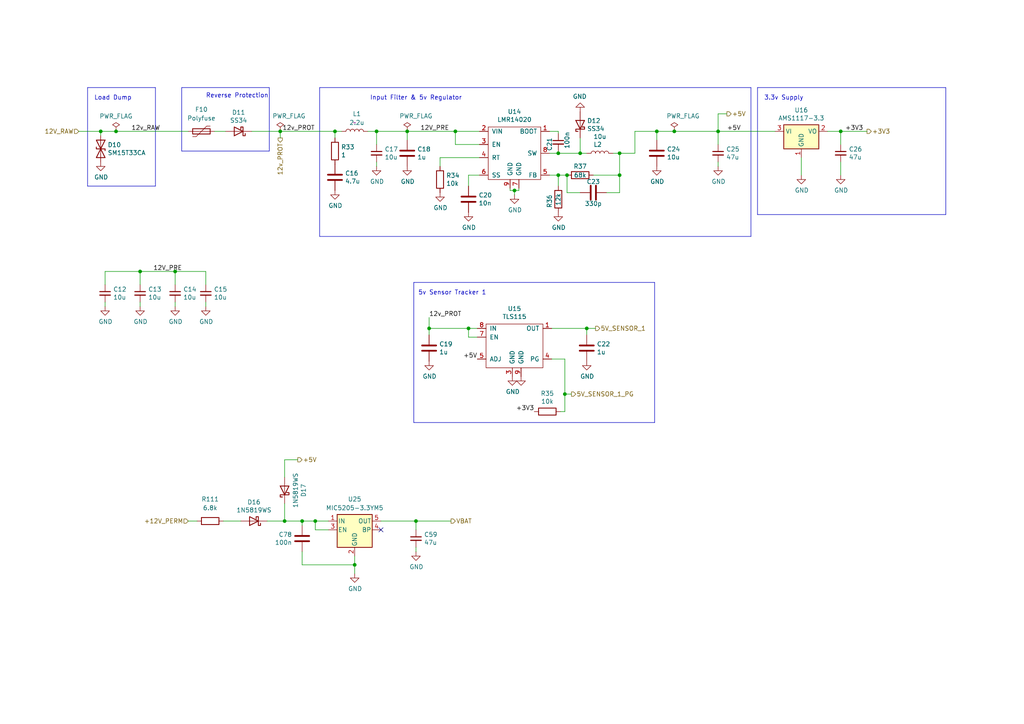
<source format=kicad_sch>
(kicad_sch (version 20250114) (generator "eeschema") (generator_version "9.0")
  (paper "A4")
  (lib_symbols
    (symbol "Device:C" (pin_numbers (hide yes)) (pin_names (offset 0.254))
      (property "Reference" "C" (at 0.635 2.54 0))
      (property "Value" "C" (at 0.635 -2.54 0))
      (symbol "C_0_1"
        (polyline (pts (xy -2.032 0.762) (xy 2.032 0.762)) (stroke (width 0.508)))
        (polyline (pts (xy -2.032 -0.762) (xy 2.032 -0.762)) (stroke (width 0.508)))
      )
      (symbol "C_1_1"
        (pin passive line (at 0 3.81 270) (length 2.794) (name "~") (number "1"))
        (pin passive line (at 0 -3.81 90) (length 2.794) (name "~") (number "2"))
      )
    )
    (symbol "Device:C_Small" (pin_numbers (hide yes)) (pin_names (offset 0.254) (hide yes))
      (property "Reference" "C" (at 0.254 1.778 0))
      (property "Value" "C_Small" (at 0.254 -2.032 0))
      (symbol "C_Small_0_1"
        (polyline (pts (xy -1.524 0.508) (xy 1.524 0.508)) (stroke (width 0.3048)))
        (polyline (pts (xy -1.524 -0.508) (xy 1.524 -0.508)) (stroke (width 0.3302)))
      )
      (symbol "C_Small_1_1"
        (pin passive line (at 0 2.54 270) (length 2.032) (name "~") (number "1"))
        (pin passive line (at 0 -2.54 90) (length 2.032) (name "~") (number "2"))
      )
    )
    (symbol "Device:D_Schottky" (pin_numbers (hide yes)) (pin_names (offset 1.016) (hide yes))
      (property "Reference" "D" (at 0 2.54 0))
      (property "Value" "D_Schottky" (at 0 -2.54 0))
      (symbol "D_Schottky_0_1"
        (polyline (pts (xy -1.905 0.635) (xy -1.905 1.27) (xy -1.27 1.27) (xy -1.27 -1.27) (xy -0.635 -1.27) (xy -0.635 -0.635)) (stroke (width 0.254)))
        (polyline (pts (xy 1.27 1.27) (xy 1.27 -1.27) (xy -1.27 0) (xy 1.27 1.27)) (stroke (width 0.254)))
        (polyline (pts (xy 1.27 0) (xy -1.27 0)))
      )
      (symbol "D_Schottky_1_1"
        (pin passive line (at -3.81 0 0) (length 2.54) (name "K") (number "1"))
        (pin passive line (at 3.81 0 180) (length 2.54) (name "A") (number "2"))
      )
    )
    (symbol "Device:D_TVS" (pin_numbers (hide yes)) (pin_names (offset 1.016) (hide yes))
      (property "Reference" "D" (at 0 2.54 0))
      (property "Value" "D_TVS" (at 0 -2.54 0))
      (symbol "D_TVS_0_1"
        (polyline (pts (xy -2.54 1.27) (xy -2.54 -1.27) (xy 2.54 1.27) (xy 2.54 -1.27) (xy -2.54 1.27)) (stroke (width 0.254)))
        (polyline (pts (xy 0.508 1.27) (xy 0 1.27) (xy 0 -1.27) (xy -0.508 -1.27)) (stroke (width 0.254)))
        (polyline (pts (xy 1.27 0) (xy -1.27 0)))
      )
      (symbol "D_TVS_1_1"
        (pin passive line (at -3.81 0 0) (length 2.54) (name "A1") (number "1"))
        (pin passive line (at 3.81 0 180) (length 2.54) (name "A2") (number "2"))
      )
    )
    (symbol "Device:L" (pin_numbers (hide yes)) (pin_names (offset 1.016) (hide yes))
      (property "Reference" "L" (at -1.27 0 90))
      (property "Value" "L" (at 1.905 0 90))
      (symbol "L_0_1"
        (arc (start 0 2.54) (mid 0.6323 1.905) (end 0 1.27))
        (arc (start 0 1.27) (mid 0.6323 0.635) (end 0 0))
        (arc (start 0 0) (mid 0.6323 -0.635) (end 0 -1.27))
        (arc (start 0 -1.27) (mid 0.6323 -1.905) (end 0 -2.54))
      )
      (symbol "L_1_1"
        (pin passive line (at 0 3.81 270) (length 1.27) (name "1") (number "1"))
        (pin passive line (at 0 -3.81 90) (length 1.27) (name "2") (number "2"))
      )
    )
    (symbol "Device:Polyfuse" (pin_numbers (hide yes)) (pin_names (offset 0))
      (property "Reference" "F" (at -2.54 0 90))
      (property "Value" "Polyfuse" (at 2.54 0 90))
      (symbol "Polyfuse_0_1"
        (polyline (pts (xy -1.524 2.54) (xy -1.524 1.524) (xy 1.524 -1.524) (xy 1.524 -2.54)))
        (rectangle (start -0.762 2.54) (end 0.762 -2.54) (stroke (width 0.254)))
        (polyline (pts (xy 0 2.54) (xy 0 -2.54)))
      )
      (symbol "Polyfuse_1_1"
        (pin passive line (at 0 3.81 270) (length 1.27) (name "~") (number "1"))
        (pin passive line (at 0 -3.81 90) (length 1.27) (name "~") (number "2"))
      )
    )
    (symbol "Device:R" (pin_numbers (hide yes)) (pin_names (offset 0))
      (property "Reference" "R" (at 2.032 0 90))
      (property "Value" "R" (at 0 0 90))
      (symbol "R_0_1"
        (rectangle (start -1.016 -2.54) (end 1.016 2.54) (stroke (width 0.254)))
      )
      (symbol "R_1_1"
        (pin passive line (at 0 3.81 270) (length 1.27) (name "~") (number "1"))
        (pin passive line (at 0 -3.81 90) (length 1.27) (name "~") (number "2"))
      )
    )
    (symbol "Regulator_Linear:AMS1117-3.3"
      (property "Reference" "U" (at -3.81 3.175 0))
      (property "Value" "AMS1117-3.3" (at 0 3.175 0))
      (symbol "AMS1117-3.3_0_1"
        (rectangle (start -5.08 -5.08) (end 5.08 1.905) (stroke (width 0.254)) (fill (type background)))
      )
      (symbol "AMS1117-3.3_1_1"
        (pin power_in line (at -7.62 0 0) (length 2.54) (name "VI") (number "3"))
        (pin power_in line (at 0 -7.62 90) (length 2.54) (name "GND") (number "1"))
        (pin power_out line (at 7.62 0 180) (length 2.54) (name "VO") (number "2"))
      )
    )
    (symbol "Regulator_Linear:MIC5205-3.3YM5" (pin_names (offset 0.254))
      (property "Reference" "U" (at -3.81 5.715 0))
      (property "Value" "MIC5205-3.3YM5" (at 0 5.715 0))
      (symbol "MIC5205-3.3YM5_0_1"
        (rectangle (start -5.08 4.445) (end 5.08 -5.08) (stroke (width 0.254)) (fill (type background)))
      )
      (symbol "MIC5205-3.3YM5_1_1"
        (pin power_in line (at -7.62 2.54 0) (length 2.54) (name "IN") (number "1"))
        (pin input line (at -7.62 0 0) (length 2.54) (name "EN") (number "3"))
        (pin power_in line (at 0 -7.62 90) (length 2.54) (name "GND") (number "2"))
        (pin power_out line (at 7.62 2.54 180) (length 2.54) (name "OUT") (number "5"))
        (pin input line (at 7.62 0 180) (length 2.54) (name "BP") (number "4"))
      )
    )
    (symbol "infineon_psu:TLS115" (pin_names (offset 1.016))
      (property "Reference" "U" (at -6.35 -10.16 0))
      (property "Value" "TLS115" (at -3.81 5.08 0))
      (symbol "TLS115_0_1"
        (rectangle (start -7.62 3.81) (end 8.89 -8.89))
      )
      (symbol "TLS115_1_1"
        (pin power_in line (at -10.16 2.54 0) (length 2.54) (name "IN") (number "8"))
        (pin input line (at -10.16 0 0) (length 2.54) (name "EN") (number "7"))
        (pin input line (at -10.16 -6.35 0) (length 2.54) (name "ADJ") (number "5"))
        (pin no_connect line (at 0 0 0) (length 2.54) (hide yes) (name "~") (number "2"))
        (pin no_connect line (at 0 -2.54 0) (length 2.54) (hide yes) (name "~") (number "6"))
        (pin power_in line (at 0 -11.43 90) (length 2.54) (name "GND") (number "3"))
        (pin power_in line (at 2.54 -11.43 90) (length 2.54) (name "GND") (number "9"))
        (pin output line (at 11.43 2.54 180) (length 2.54) (name "OUT") (number "1"))
        (pin open_collector line (at 11.43 -6.35 180) (length 2.54) (name "PG") (number "4"))
      )
    )
    (symbol "lmr14020:LMR14020" (pin_names (offset 1.016))
      (property "Reference" "U" (at -3.81 -11.43 0))
      (property "Value" "LMR14020" (at 2.54 8.89 0))
      (symbol "LMR14020_0_1"
        (rectangle (start -5.08 -8.89) (end 10.16 6.35))
      )
      (symbol "LMR14020_1_1"
        (pin power_in line (at -7.62 5.08 0) (length 2.54) (name "VIN") (number "2"))
        (pin input line (at -7.62 1.27 0) (length 2.54) (name "EN") (number "3"))
        (pin bidirectional line (at -7.62 -2.54 0) (length 2.54) (name "RT") (number "4"))
        (pin bidirectional line (at -7.62 -7.62 0) (length 2.54) (name "SS") (number "6"))
        (pin power_in line (at 1.27 -11.43 90) (length 2.54) (name "GND") (number "9"))
        (pin power_in line (at 3.81 -11.43 90) (length 2.54) (name "GND") (number "7"))
        (pin bidirectional line (at 12.7 5.08 180) (length 2.54) (name "BOOT") (number "1"))
        (pin power_out line (at 12.7 -1.27 180) (length 2.54) (name "SW") (number "8"))
        (pin input line (at 12.7 -7.62 180) (length 2.54) (name "FB") (number "5"))
      )
    )
    (symbol "power:GND" (power) (pin_names (offset 0))
      (property "Value" "GND" (at 0 -3.81 0))
      (symbol "GND_0_1"
        (polyline (pts (xy 0 0) (xy 0 -1.27) (xy 1.27 -1.27) (xy 0 -2.54) (xy -1.27 -1.27) (xy 0 -1.27)))
      )
      (symbol "GND_1_1"
        (pin power_in line (at 0 0 270) (length 0) (hide yes) (name "GND") (number "1"))
      )
    )
    (symbol "power:PWR_FLAG" (power) (pin_numbers (hide yes)) (pin_names (offset 0) (hide yes))
      (property "Value" "PWR_FLAG" (at 0 3.81 0))
      (symbol "PWR_FLAG_0_0"
        (pin power_out line (at 0 0 90) (length 0) (name "pwr") (number "1"))
      )
      (symbol "PWR_FLAG_0_1"
        (polyline (pts (xy 0 0) (xy 0 1.27) (xy -1.016 1.905) (xy 0 2.54) (xy 1.016 1.905) (xy 0 1.27)))
      )
    )
  )
  (text "Load Dump" (at 27.305 29.21 0) (effects (font (size 1.27 1.27)) (justify left bottom)))
  (text "Reverse Protection" (at 59.69 28.575 0) (effects (font (size 1.27 1.27)) (justify left bottom)))
  (text "Input Filter & 5v Regulator" (at 107.315 29.21 0) (effects (font (size 1.27 1.27)) (justify left bottom)))
  (text "5v Sensor Tracker 1" (at 121.285 85.725 0) (effects (font (size 1.27 1.27)) (justify left bottom)))
  (text "3.3v Supply" (at 221.615 29.21 0) (effects (font (size 1.27 1.27)) (justify left bottom)))
  (junction (at 109.22 38.1))
  (junction (at 50.8 78.74))
  (junction (at 120.65 151.13))
  (junction (at 161.925 44.45))
  (junction (at 195.58 38.1))
  (junction (at 190.5 38.1))
  (junction (at 118.11 38.1))
  (junction (at 29.21 38.1))
  (junction (at 149.225 55.245))
  (junction (at 132.08 38.1))
  (junction (at 40.64 78.74))
  (junction (at 81.28 38.1))
  (junction (at 179.705 44.45))
  (junction (at 164.465 50.8))
  (junction (at 208.28 38.1))
  (junction (at 97.155 38.1))
  (junction (at 33.655 38.1))
  (junction (at 161.925 50.8))
  (junction (at 243.84 38.1))
  (junction (at 179.705 50.8))
  (junction (at 87.63 151.13))
  (junction (at 135.89 95.25))
  (junction (at 124.46 95.25))
  (junction (at 82.55 151.13))
  (junction (at 163.83 114.3))
  (junction (at 102.87 163.83))
  (junction (at 91.44 151.13))
  (junction (at 168.275 44.45))
  (junction (at 170.18 95.25))
  (no_connect (at 110.49 153.67))
  (wire (pts (xy 208.28 38.1) (xy 224.79 38.1)))
  (wire (pts (xy 190.5 38.1) (xy 190.5 40.64)))
  (wire (pts (xy 195.58 38.1) (xy 208.28 38.1)))
  (polyline (pts (xy 78.105 25.4) (xy 78.105 43.815)))
  (wire (pts (xy 87.63 160.02) (xy 87.63 163.83)))
  (wire (pts (xy 59.69 87.63) (xy 59.69 88.9)))
  (wire (pts (xy 159.385 44.45) (xy 161.925 44.45)))
  (polyline (pts (xy 217.805 68.58) (xy 217.805 25.4)))
  (wire (pts (xy 87.63 151.13) (xy 87.63 152.4)))
  (wire (pts (xy 110.49 151.13) (xy 120.65 151.13)))
  (wire (pts (xy 124.46 97.155) (xy 124.46 95.25)))
  (wire (pts (xy 82.55 151.13) (xy 87.63 151.13)))
  (wire (pts (xy 162.56 119.38) (xy 163.83 119.38)))
  (polyline (pts (xy 120.015 122.555) (xy 120.015 81.915)))
  (wire (pts (xy 243.84 38.1) (xy 251.46 38.1)))
  (polyline (pts (xy 45.085 25.4) (xy 45.085 53.975)))
  (wire (pts (xy 30.48 78.74) (xy 40.64 78.74)))
  (wire (pts (xy 82.55 146.05) (xy 82.55 151.13)))
  (wire (pts (xy 29.21 38.1) (xy 29.21 39.37)))
  (polyline (pts (xy 219.71 62.23) (xy 219.71 25.4)))
  (wire (pts (xy 82.55 133.35) (xy 82.55 138.43)))
  (wire (pts (xy 118.11 38.1) (xy 132.08 38.1)))
  (wire (pts (xy 172.085 50.8) (xy 179.705 50.8)))
  (wire (pts (xy 50.8 87.63) (xy 50.8 88.9)))
  (wire (pts (xy 165.735 114.3) (xy 163.83 114.3)))
  (wire (pts (xy 102.87 163.83) (xy 102.87 166.37)))
  (wire (pts (xy 161.925 50.8) (xy 161.925 53.975)))
  (wire (pts (xy 109.22 46.99) (xy 109.22 48.26)))
  (wire (pts (xy 159.385 50.8) (xy 161.925 50.8)))
  (wire (pts (xy 177.8 44.45) (xy 179.705 44.45)))
  (wire (pts (xy 106.68 38.1) (xy 109.22 38.1)))
  (wire (pts (xy 91.44 151.13) (xy 95.25 151.13)))
  (wire (pts (xy 97.155 38.1) (xy 97.155 40.005)))
  (wire (pts (xy 87.63 151.13) (xy 91.44 151.13)))
  (wire (pts (xy 30.48 87.63) (xy 30.48 88.9)))
  (wire (pts (xy 179.705 50.8) (xy 179.705 44.45)))
  (wire (pts (xy 65.405 38.1) (xy 62.23 38.1)))
  (wire (pts (xy 149.225 55.245) (xy 150.495 55.245)))
  (wire (pts (xy 160.02 95.25) (xy 170.18 95.25)))
  (wire (pts (xy 179.705 50.8) (xy 179.705 55.88)))
  (wire (pts (xy 159.385 38.1) (xy 161.925 38.1)))
  (polyline (pts (xy 274.32 62.23) (xy 219.71 62.23)))
  (wire (pts (xy 40.64 78.74) (xy 40.64 82.55)))
  (wire (pts (xy 240.03 38.1) (xy 243.84 38.1)))
  (wire (pts (xy 50.8 78.74) (xy 50.8 82.55)))
  (wire (pts (xy 132.08 41.91) (xy 139.065 41.91)))
  (wire (pts (xy 138.43 97.79) (xy 135.89 97.79)))
  (wire (pts (xy 102.87 161.29) (xy 102.87 163.83)))
  (polyline (pts (xy 25.4 53.975) (xy 25.4 25.4)))
  (polyline (pts (xy 219.71 25.4) (xy 274.32 25.4)))
  (wire (pts (xy 73.025 38.1) (xy 81.28 38.1)))
  (wire (pts (xy 40.64 87.63) (xy 40.64 88.9)))
  (wire (pts (xy 168.275 55.88) (xy 164.465 55.88)))
  (wire (pts (xy 87.63 163.83) (xy 102.87 163.83)))
  (wire (pts (xy 208.28 33.02) (xy 210.82 33.02)))
  (wire (pts (xy 170.18 95.25) (xy 170.18 97.155)))
  (polyline (pts (xy 52.705 25.4) (xy 78.105 25.4)))
  (wire (pts (xy 97.155 38.1) (xy 99.06 38.1)))
  (wire (pts (xy 33.655 38.1) (xy 29.21 38.1)))
  (wire (pts (xy 184.15 44.45) (xy 184.15 38.1)))
  (wire (pts (xy 172.72 95.25) (xy 170.18 95.25)))
  (wire (pts (xy 147.955 54.61) (xy 147.955 55.245)))
  (wire (pts (xy 243.84 46.99) (xy 243.84 50.8)))
  (wire (pts (xy 179.705 55.88) (xy 175.895 55.88)))
  (wire (pts (xy 164.465 55.88) (xy 164.465 50.8)))
  (wire (pts (xy 161.925 43.815) (xy 161.925 44.45)))
  (wire (pts (xy 208.28 33.02) (xy 208.28 38.1)))
  (polyline (pts (xy 120.015 81.915) (xy 189.865 81.915)))
  (wire (pts (xy 160.02 104.14) (xy 163.83 104.14)))
  (wire (pts (xy 168.275 40.005) (xy 168.275 44.45)))
  (wire (pts (xy 30.48 82.55) (xy 30.48 78.74)))
  (wire (pts (xy 163.83 119.38) (xy 163.83 114.3)))
  (wire (pts (xy 124.46 95.25) (xy 135.89 95.25)))
  (wire (pts (xy 109.22 38.1) (xy 109.22 41.91)))
  (polyline (pts (xy 25.4 25.4) (xy 45.085 25.4)))
  (polyline (pts (xy 92.71 68.58) (xy 217.805 68.58)))
  (wire (pts (xy 54.61 38.1) (xy 33.655 38.1)))
  (polyline (pts (xy 78.105 43.815) (xy 52.705 43.815)))
  (polyline (pts (xy 52.705 43.815) (xy 52.705 25.4)))
  (wire (pts (xy 208.28 46.99) (xy 208.28 48.26)))
  (wire (pts (xy 109.22 38.1) (xy 118.11 38.1)))
  (polyline (pts (xy 189.865 81.915) (xy 189.865 122.555)))
  (wire (pts (xy 135.89 50.8) (xy 139.065 50.8)))
  (wire (pts (xy 163.83 104.14) (xy 163.83 114.3)))
  (wire (pts (xy 179.705 44.45) (xy 184.15 44.45)))
  (wire (pts (xy 120.65 151.13) (xy 130.81 151.13)))
  (wire (pts (xy 132.08 38.1) (xy 132.08 41.91)))
  (wire (pts (xy 132.08 38.1) (xy 139.065 38.1)))
  (wire (pts (xy 50.8 78.74) (xy 59.69 78.74)))
  (wire (pts (xy 77.47 151.13) (xy 82.55 151.13)))
  (wire (pts (xy 161.925 44.45) (xy 168.275 44.45)))
  (wire (pts (xy 135.89 95.25) (xy 138.43 95.25)))
  (wire (pts (xy 161.925 38.1) (xy 161.925 38.735)))
  (wire (pts (xy 150.495 55.245) (xy 150.495 54.61)))
  (wire (pts (xy 81.28 40.005) (xy 81.28 38.1)))
  (wire (pts (xy 190.5 38.1) (xy 195.58 38.1)))
  (wire (pts (xy 135.89 97.79) (xy 135.89 95.25)))
  (wire (pts (xy 243.84 38.1) (xy 243.84 41.91)))
  (wire (pts (xy 147.955 55.245) (xy 149.225 55.245)))
  (wire (pts (xy 149.225 56.515) (xy 149.225 55.245)))
  (wire (pts (xy 161.925 50.8) (xy 164.465 50.8)))
  (polyline (pts (xy 274.32 25.4) (xy 274.32 62.23)))
  (wire (pts (xy 64.77 151.13) (xy 69.85 151.13)))
  (wire (pts (xy 135.89 53.975) (xy 135.89 50.8)))
  (wire (pts (xy 120.65 158.75) (xy 120.65 160.02)))
  (wire (pts (xy 40.64 78.74) (xy 50.8 78.74)))
  (polyline (pts (xy 92.71 25.4) (xy 92.71 68.58)))
  (wire (pts (xy 118.11 40.64) (xy 118.11 38.1)))
  (wire (pts (xy 127.635 48.26) (xy 127.635 45.72)))
  (polyline (pts (xy 217.805 25.4) (xy 92.71 25.4)))
  (wire (pts (xy 124.46 92.075) (xy 124.46 95.25)))
  (polyline (pts (xy 25.4 53.975) (xy 45.085 53.975)))
  (wire (pts (xy 95.25 153.67) (xy 91.44 153.67)))
  (wire (pts (xy 184.15 38.1) (xy 190.5 38.1)))
  (wire (pts (xy 22.86 38.1) (xy 29.21 38.1)))
  (wire (pts (xy 120.65 151.13) (xy 120.65 153.67)))
  (polyline (pts (xy 189.865 122.555) (xy 120.015 122.555)))
  (wire (pts (xy 232.41 50.8) (xy 232.41 45.72)))
  (wire (pts (xy 91.44 153.67) (xy 91.44 151.13)))
  (wire (pts (xy 81.28 38.1) (xy 97.155 38.1)))
  (wire (pts (xy 86.36 133.35) (xy 82.55 133.35)))
  (wire (pts (xy 54.61 151.13) (xy 57.15 151.13)))
  (wire (pts (xy 127.635 45.72) (xy 139.065 45.72)))
  (wire (pts (xy 208.28 38.1) (xy 208.28 41.91)))
  (wire (pts (xy 168.275 44.45) (xy 170.18 44.45)))
  (wire (pts (xy 59.69 78.74) (xy 59.69 82.55)))
  (label "+5V" (at 210.82 38.1 0))
  (label "+5V" (at 138.43 104.14 180))
  (label "+3V3" (at 154.94 119.38 180))
  (label "12V_PRE" (at 44.45 78.74 0))
  (label "12v_RAW" (at 38.1 38.1 0))
  (label "12v_PROT" (at 124.46 92.075 0))
  (label "12V_PRE" (at 121.92 38.1 0))
  (label "12v_PROT" (at 81.915 38.1 0))
  (label "+3V3" (at 245.11 38.1 0))
  (hierarchical_label "VBAT" (shape output) (at 130.81 151.13 0))
  (hierarchical_label "+3V3" (shape output) (at 251.46 38.1 0))
  (hierarchical_label "+5V" (shape output) (at 86.36 133.35 0))
  (hierarchical_label "+5V" (shape output) (at 210.82 33.02 0))
  (hierarchical_label "5V_SENSOR_1_PG" (shape output) (at 165.735 114.3 0))
  (hierarchical_label "5V_SENSOR_1" (shape output) (at 172.72 95.25 0))
  (hierarchical_label "+12V_PERM" (shape input) (at 54.61 151.13 180))
  (hierarchical_label "12V_RAW" (shape input) (at 22.86 38.1 180))
  (hierarchical_label "12v_PROT" (shape output) (at 81.28 40.005 270))
  (symbol (lib_id "Device:L") (at 173.99 44.45 90) (unit 1)
    (property "Reference" "L2" (at 173.355 41.91 90))
    (property "Value" "10u" (at 173.99 39.624 90))
    (property "Footprint" "sunlord-MWSA0503:MWSA0503" (effects (hide yes)))
    (property "LCSC" "C408412" (effects (hide yes)))
    (property "LCSC_ext" "1" (effects (hide yes)))
    (property "possible_not_ext" "1" (effects (hide yes)))
  )
  (symbol (lib_id "Device:C") (at 190.5 44.45 0) (unit 1)
    (property "Reference" "C24" (at 193.421 43.2816 0) (effects (justify left)))
    (property "Value" "10u" (at 193.421 45.593 0) (effects (justify left)))
    (property "Footprint" "Capacitor_SMD:C_1206_3216Metric" (effects (hide yes)))
    (property "LCSC" "C13585" (effects (hide yes)))
    (property "LCSC_ext" "0" (effects (hide yes)))
  )
  (symbol (lib_id "power:GND") (at 190.5 48.26 0) (unit 1)
    (property "Reference" "#PWR092" (effects (hide yes)))
    (property "Value" "GND" (at 190.627 52.6542 0))
  )
  (symbol (lib_id "power:GND") (at 109.22 48.26 0) (unit 1)
    (property "Reference" "#PWR081" (effects (hide yes)))
    (property "Value" "GND" (at 109.347 52.6542 0))
  )
  (symbol (lib_id "Device:C") (at 118.11 44.45 0) (unit 1)
    (property "Reference" "C18" (at 121.031 43.2816 0) (effects (justify left)))
    (property "Value" "1u" (at 121.031 45.593 0) (effects (justify left)))
    (property "Footprint" "Capacitor_SMD:C_0603_1608Metric" (effects (hide yes)))
    (property "LCSC" "C15849" (effects (hide yes)))
    (property "LCSC_ext" "0" (effects (hide yes)))
  )
  (symbol (lib_id "power:GND") (at 118.11 48.26 0) (unit 1)
    (property "Reference" "#PWR082" (effects (hide yes)))
    (property "Value" "GND" (at 118.237 52.6542 0))
  )
  (symbol (lib_id "Device:D_TVS") (at 29.21 43.18 270) (unit 1)
    (property "Reference" "D10" (at 31.2166 42.0116 90) (effects (justify left)))
    (property "Value" "SM15T33CA" (at 31.2166 44.323 90) (effects (justify left)))
    (property "Footprint" "Diode_SMD:D_SMC" (effects (hide yes)))
    (property "PN" "SM15T33CA" (effects (hide yes)))
    (property "LCSC" "C151281" (effects (hide yes)))
    (property "LCSC_ext" "1" (effects (hide yes)))
    (property "possible_not_ext" "1" (effects (hide yes)))
  )
  (symbol (lib_id "power:GND") (at 29.21 46.99 0) (unit 1)
    (property "Reference" "#PWR075" (effects (hide yes)))
    (property "Value" "GND" (at 29.337 51.3842 0))
  )
  (symbol (lib_id "Device:L") (at 102.87 38.1 90) (unit 1)
    (property "Reference" "L1" (at 103.505 33.02 90))
    (property "Value" "2.2u" (at 103.505 35.56 90))
    (property "Footprint" "Inductor_SMD:L_1210_3225Metric" (effects (hide yes)))
    (property "Datasheet" "~" (at 102.87 35.56 90))
    (property "PN" "SRN3015TA-2R2M" (effects (hide yes)))
    (property "LCSC" "C75646" (effects (hide yes)))
    (property "LCSC_ext" "1" (effects (hide yes)))
    (property "possible_not_ext" "1" (effects (hide yes)))
  )
  (symbol (lib_id "Device:C") (at 97.155 51.435 0) (unit 1)
    (property "Reference" "C16" (at 100.076 50.2666 0) (effects (justify left)))
    (property "Value" "4.7u" (at 100.076 52.578 0) (effects (justify left)))
    (property "Footprint" "Capacitor_SMD:C_0603_1608Metric" (effects (hide yes)))
    (property "LCSC" "C19666" (effects (hide yes)))
    (property "LCSC_ext" "0" (effects (hide yes)))
  )
  (symbol (lib_id "power:GND") (at 97.155 55.245 0) (unit 1)
    (property "Reference" "#PWR080" (effects (hide yes)))
    (property "Value" "GND" (at 97.282 59.6392 0))
  )
  (symbol (lib_id "infineon_psu:TLS115") (at 148.59 97.79 0) (unit 1)
    (property "Reference" "U15" (at 149.225 89.535 0))
    (property "Value" "TLS115" (at 149.225 91.8464 0))
    (property "Footprint" "Package_SO:Infineon_PG-DSO-8-43" (effects (hide yes)))
    (property "PN" "TLS115D0E" (effects (hide yes)))
    (property "LCSC" "C3747428" (effects (hide yes)))
  )
  (symbol (lib_id "power:GND") (at 148.59 109.22 0) (unit 1)
    (property "Reference" "#PWR086" (effects (hide yes)))
    (property "Value" "GND" (at 148.717 113.6142 0))
  )
  (symbol (lib_id "power:GND") (at 151.13 109.22 0) (unit 1)
    (property "Reference" "#PWR088" (effects (hide yes)))
    (property "Value" "GND" (effects (hide yes)))
  )
  (symbol (lib_id "Device:C") (at 170.18 100.965 0) (unit 1)
    (property "Reference" "C22" (at 173.101 99.7966 0) (effects (justify left)))
    (property "Value" "1u" (at 173.101 102.108 0) (effects (justify left)))
    (property "Footprint" "Capacitor_SMD:C_0603_1608Metric" (effects (hide yes)))
    (property "LCSC" "C15849" (effects (hide yes)))
    (property "LCSC_ext" "0" (effects (hide yes)))
  )
  (symbol (lib_id "power:GND") (at 170.18 104.775 0) (unit 1)
    (property "Reference" "#PWR091" (effects (hide yes)))
    (property "Value" "GND" (at 170.307 109.1692 0))
  )
  (symbol (lib_id "Device:C") (at 124.46 100.965 0) (unit 1)
    (property "Reference" "C19" (at 127.381 99.7966 0) (effects (justify left)))
    (property "Value" "1u" (at 127.381 102.108 0) (effects (justify left)))
    (property "Footprint" "Capacitor_SMD:C_0603_1608Metric" (effects (hide yes)))
    (property "LCSC" "C15849" (effects (hide yes)))
    (property "LCSC_ext" "0" (effects (hide yes)))
  )
  (symbol (lib_id "power:GND") (at 124.46 104.775 0) (unit 1)
    (property "Reference" "#PWR083" (effects (hide yes)))
    (property "Value" "GND" (at 124.587 109.1692 0))
  )
  (symbol (lib_id "Device:R") (at 158.75 119.38 270) (unit 1)
    (property "Reference" "R35" (at 158.75 114.1222 90))
    (property "Value" "10k" (at 158.75 116.4336 90))
    (property "Footprint" "Resistor_SMD:R_0402_1005Metric" (effects (hide yes)))
    (property "LCSC" "C25744" (effects (hide yes)))
    (property "LCSC_ext" "0" (effects (hide yes)))
  )
  (symbol (lib_id "Device:D_Schottky") (at 69.215 38.1 180) (unit 1)
    (property "Reference" "D11" (at 69.215 32.6136 0))
    (property "Value" "SS34" (at 69.215 34.925 0))
    (property "Footprint" "Diode_SMD:D_SMA" (effects (hide yes)))
    (property "LCSC" "C8678" (effects (hide yes)))
    (property "LCSC_ext" "0" (effects (hide yes)))
  )
  (symbol (lib_id "power:GND") (at 243.84 50.8 0) (unit 1)
    (property "Reference" "#PWR095" (effects (hide yes)))
    (property "Value" "GND" (at 243.967 55.1942 0))
  )
  (symbol (lib_id "power:PWR_FLAG") (at 81.28 38.1 0) (unit 1)
    (property "Reference" "#FLG02" (effects (hide yes)))
    (property "Value" "PWR_FLAG" (at 83.82 33.655 0))
  )
  (symbol (lib_id "power:PWR_FLAG") (at 33.655 38.1 0) (unit 1)
    (property "Reference" "#FLG01" (effects (hide yes)))
    (property "Value" "PWR_FLAG" (at 33.655 33.7058 0))
  )
  (symbol (lib_id "power:PWR_FLAG") (at 118.11 38.1 0) (unit 1)
    (property "Reference" "#FLG03" (effects (hide yes)))
    (property "Value" "PWR_FLAG" (at 120.65 33.655 0))
  )
  (symbol (lib_id "Device:R") (at 97.155 43.815 0) (unit 1)
    (property "Reference" "R33" (at 98.933 42.6466 0) (effects (justify left)))
    (property "Value" "1" (at 98.933 44.958 0) (effects (justify left)))
    (property "Footprint" "Resistor_SMD:R_0402_1005Metric" (effects (hide yes)))
    (property "LCSC" "C25086" (effects (hide yes)))
    (property "LCSC_ext" "0" (effects (hide yes)))
  )
  (symbol (lib_id "lmr14020:LMR14020") (at 146.685 43.18 0) (unit 1)
    (property "Reference" "U14" (at 149.225 32.385 0))
    (property "Value" "LMR14020" (at 149.225 34.6964 0))
    (property "Footprint" "Package_SO:SOIC-8-1EP_3.9x4.9mm_P1.27mm_EP2.29x3mm" (effects (hide yes)))
    (property "LCSC" "C187824" (effects (hide yes)))
    (property "LCSC_ext" "1" (effects (hide yes)))
    (property "PN" "LMR14020" (effects (hide yes)))
    (property "possible_not_ext" "0" (effects (hide yes)))
  )
  (symbol (lib_id "Device:C_Small") (at 161.925 41.275 0) (unit 1)
    (property "Reference" "C21" (at 159.385 43.815 90) (effects (justify left)))
    (property "Value" "100n" (at 164.465 43.18 90) (effects (justify left)))
    (property "Footprint" "Capacitor_SMD:C_0402_1005Metric" (effects (hide yes)))
    (property "LCSC" "C1525" (effects (hide yes)))
    (property "LCSC_ext" "0" (effects (hide yes)))
  )
  (symbol (lib_id "Device:R") (at 168.275 50.8 90) (unit 1)
    (property "Reference" "R37" (at 168.275 48.26 90))
    (property "Value" "68k" (at 168.275 50.8 90))
    (property "Footprint" "Resistor_SMD:R_0402_1005Metric" (effects (hide yes)))
    (property "LCSC" "C36871" (effects (hide yes)))
  )
  (symbol (lib_id "Device:R") (at 161.925 57.785 0) (unit 1)
    (property "Reference" "R36" (at 159.385 60.325 90) (effects (justify left)))
    (property "Value" "12k" (at 161.925 59.69 90) (effects (justify left)))
    (property "Footprint" "Resistor_SMD:R_0402_1005Metric" (effects (hide yes)))
    (property "LCSC" "C25752" (effects (hide yes)))
  )
  (symbol (lib_id "power:GND") (at 161.925 61.595 0) (unit 1)
    (property "Reference" "#PWR089" (effects (hide yes)))
    (property "Value" "GND" (at 162.052 65.9892 0))
  )
  (symbol (lib_id "power:GND") (at 149.225 56.515 0) (unit 1)
    (property "Reference" "#PWR087" (effects (hide yes)))
    (property "Value" "GND" (at 149.352 60.9092 0))
  )
  (symbol (lib_id "Device:C") (at 172.085 55.88 270) (unit 1)
    (property "Reference" "C23" (at 172.085 52.705 90))
    (property "Value" "330p" (at 172.085 59.055 90))
    (property "Footprint" "Capacitor_SMD:C_0402_1005Metric" (effects (hide yes)))
    (property "LCSC" "C13533" (effects (hide yes)))
    (property "LCSC_ext" "0" (effects (hide yes)))
  )
  (symbol (lib_id "Device:R") (at 127.635 52.07 0) (unit 1)
    (property "Reference" "R34" (at 129.413 50.9016 0) (effects (justify left)))
    (property "Value" "10k" (at 129.413 53.213 0) (effects (justify left)))
    (property "Footprint" "Resistor_SMD:R_0402_1005Metric" (effects (hide yes)))
    (property "LCSC" "C25744" (effects (hide yes)))
    (property "LCSC_ext" "0" (effects (hide yes)))
  )
  (symbol (lib_id "power:GND") (at 127.635 55.88 0) (unit 1)
    (property "Reference" "#PWR084" (effects (hide yes)))
    (property "Value" "GND" (at 127.762 60.2742 0))
  )
  (symbol (lib_id "Device:C") (at 135.89 57.785 0) (unit 1)
    (property "Reference" "C20" (at 138.811 56.6166 0) (effects (justify left)))
    (property "Value" "10n" (at 138.811 58.928 0) (effects (justify left)))
    (property "Footprint" "Capacitor_SMD:C_0603_1608Metric" (effects (hide yes)))
    (property "LCSC" "C57112" (effects (hide yes)))
    (property "LCSC_ext" "0" (effects (hide yes)))
  )
  (symbol (lib_id "power:GND") (at 135.89 61.595 0) (unit 1)
    (property "Reference" "#PWR085" (effects (hide yes)))
    (property "Value" "GND" (at 136.017 65.9892 0))
  )
  (symbol (lib_id "Device:D_Schottky") (at 168.275 36.195 90) (unit 1)
    (property "Reference" "D12" (at 170.2816 35.0266 90) (effects (justify right)))
    (property "Value" "SS34" (at 170.2816 37.338 90) (effects (justify right)))
    (property "Footprint" "Diode_SMD:D_SMA" (effects (hide yes)))
    (property "LCSC" "C8678" (effects (hide yes)))
    (property "LCSC_ext" "0" (effects (hide yes)))
  )
  (symbol (lib_id "power:GND") (at 168.275 32.385 180) (unit 1)
    (property "Reference" "#PWR090" (effects (hide yes)))
    (property "Value" "GND" (at 168.148 27.9908 0))
  )
  (symbol (lib_id "power:PWR_FLAG") (at 195.58 38.1 0) (unit 1)
    (property "Reference" "#FLG04" (effects (hide yes)))
    (property "Value" "PWR_FLAG" (at 198.12 33.655 0))
  )
  (symbol (lib_id "power:GND") (at 232.41 50.8 0) (unit 1)
    (property "Reference" "#PWR094" (effects (hide yes)))
    (property "Value" "GND" (at 232.537 55.1942 0))
  )
  (symbol (lib_id "power:GND") (at 208.28 48.26 0) (unit 1)
    (property "Reference" "#PWR093" (effects (hide yes)))
    (property "Value" "GND" (at 208.407 52.6542 0))
  )
  (symbol (lib_id "Regulator_Linear:AMS1117-3.3") (at 232.41 38.1 0) (unit 1)
    (property "Reference" "U16" (at 232.41 31.9532 0))
    (property "Value" "AMS1117-3.3" (at 232.41 34.2646 0))
    (property "Footprint" "Package_TO_SOT_SMD:SOT-223-3_TabPin2" (effects (hide yes)))
    (property "Datasheet" "http://www.advanced-monolithic.com/pdf/ds1117.pdf" (effects (hide yes)))
    (property "LCSC" "C6186" (effects (hide yes)))
    (property "LCSC_ext" "0" (effects (hide yes)))
  )
  (symbol (lib_id "power:GND") (at 59.69 88.9 0) (unit 1)
    (property "Reference" "#PWR079" (effects (hide yes)))
    (property "Value" "GND" (at 59.817 93.2942 0))
  )
  (symbol (lib_id "power:GND") (at 30.48 88.9 0) (unit 1)
    (property "Reference" "#PWR076" (effects (hide yes)))
    (property "Value" "GND" (at 30.607 93.2942 0))
  )
  (symbol (lib_id "Device:C_Small") (at 30.48 85.09 0) (unit 1)
    (property "Reference" "C12" (at 32.8168 83.9216 0) (effects (justify left)))
    (property "Value" "10u" (at 32.8168 86.233 0) (effects (justify left)))
    (property "Footprint" "Capacitor_SMD:C_0805_2012Metric" (effects (hide yes)))
    (property "Vrat" "50V" (effects (hide yes)))
    (property "LCSC" "C440198" (effects (hide yes)))
  )
  (symbol (lib_id "Device:C_Small") (at 243.84 44.45 0) (unit 1)
    (property "Reference" "C26" (at 246.1768 43.2816 0) (effects (justify left)))
    (property "Value" "47u" (at 246.1768 45.593 0) (effects (justify left)))
    (property "Footprint" "Capacitor_SMD:C_1206_3216Metric" (effects (hide yes)))
    (property "Vrat" "50V" (effects (hide yes)))
    (property "LCSC" "C96123" (effects (hide yes)))
  )
  (symbol (lib_id "Device:D_Schottky") (at 82.55 142.24 90) (unit 1)
    (property "Reference" "D17" (at 88.0364 142.24 0))
    (property "Value" "1N5819WS" (at 85.725 142.24 0))
    (property "Footprint" "Diode_SMD:D_SOD-123" (effects (hide yes)))
    (property "LCSC" "C191023" (effects (hide yes)))
    (property "LCSC_ext" "0" (effects (hide yes)))
  )
  (symbol (lib_id "power:GND") (at 102.87 166.37 0) (unit 1)
    (property "Reference" "#PWR0102" (effects (hide yes)))
    (property "Value" "GND" (at 102.997 170.7642 0))
  )
  (symbol (lib_id "Regulator_Linear:MIC5205-3.3YM5") (at 102.87 153.67 0) (unit 1)
    (property "Reference" "U25" (at 102.87 144.78 0))
    (property "Value" "MIC5205-3.3YM5" (at 102.87 147.32 0))
    (property "Footprint" "Package_TO_SOT_SMD:SOT-23-5" (effects (hide yes)))
    (property "Datasheet" "http://ww1.microchip.com/downloads/en/DeviceDoc/20005785A.pdf" (effects (hide yes)))
    (property "Description" "150mA low dropout linear regulator, fixed 3.3V output, SOT-23-5" (effects (hide yes)))
  )
  (symbol (lib_id "power:GND") (at 40.64 88.9 0) (unit 1)
    (property "Reference" "#PWR077" (effects (hide yes)))
    (property "Value" "GND" (at 40.767 93.2942 0))
  )
  (symbol (lib_id "Device:Polyfuse") (at 58.42 38.1 90) (unit 1)
    (property "Reference" "F10" (at 58.42 31.75 90))
    (property "Value" "Polyfuse" (at 58.42 34.29 90))
    (property "Footprint" "Fuse:Fuse_1206_3216Metric" (effects (hide yes)))
    (property "Description" "Resettable fuse, polymeric positive temperature coefficient" (effects (hide yes)))
    (property "LCSC" "C492011" (effects (hide yes)))
  )
  (symbol (lib_id "Device:C_Small") (at 208.28 44.45 0) (unit 1)
    (property "Reference" "C25" (at 210.6168 43.2816 0) (effects (justify left)))
    (property "Value" "47u" (at 210.6168 45.593 0) (effects (justify left)))
    (property "Footprint" "Capacitor_SMD:C_1206_3216Metric" (effects (hide yes)))
    (property "Vrat" "50V" (effects (hide yes)))
    (property "LCSC" "C96123" (effects (hide yes)))
  )
  (symbol (lib_id "Device:R") (at 60.96 151.13 90) (unit 1)
    (property "Reference" "R111" (at 60.96 144.78 90))
    (property "Value" "6.8k" (at 60.96 147.32 90))
    (property "Footprint" "Resistor_SMD:R_0603_1608Metric" (effects (hide yes)))
    (property "Description" "Resistor" (effects (hide yes)))
    (property "LCSC" "C23212" (effects (hide yes)))
  )
  (symbol (lib_id "Device:C") (at 87.63 156.21 0) (mirror y) (unit 1)
    (property "Reference" "C78" (at 84.709 155.0416 0) (effects (justify left)))
    (property "Value" "100n" (at 84.709 157.353 0) (effects (justify left)))
    (property "Footprint" "Capacitor_SMD:C_0402_1005Metric" (effects (hide yes)))
    (property "LCSC" "C1525" (effects (hide yes)))
  )
  (symbol (lib_id "Device:C_Small") (at 120.65 156.21 0) (unit 1)
    (property "Reference" "C59" (at 122.9868 155.0416 0) (effects (justify left)))
    (property "Value" "47u" (at 122.9868 157.353 0) (effects (justify left)))
    (property "Footprint" "Capacitor_SMD:C_1206_3216Metric" (effects (hide yes)))
    (property "Vrat" "50V" (effects (hide yes)))
    (property "LCSC" "C96123" (effects (hide yes)))
  )
  (symbol (lib_id "Device:C_Small") (at 109.22 44.45 0) (unit 1)
    (property "Reference" "C17" (at 111.5568 43.2816 0) (effects (justify left)))
    (property "Value" "10u" (at 111.5568 45.593 0) (effects (justify left)))
    (property "Footprint" "Capacitor_SMD:C_0805_2012Metric" (effects (hide yes)))
    (property "Vrat" "50V" (effects (hide yes)))
    (property "LCSC" "C440198" (effects (hide yes)))
  )
  (symbol (lib_id "Device:C_Small") (at 50.8 85.09 0) (unit 1)
    (property "Reference" "C14" (at 53.1368 83.9216 0) (effects (justify left)))
    (property "Value" "10u" (at 53.1368 86.233 0) (effects (justify left)))
    (property "Footprint" "Capacitor_SMD:C_0805_2012Metric" (effects (hide yes)))
    (property "Vrat" "50V" (effects (hide yes)))
    (property "LCSC" "C440198" (effects (hide yes)))
  )
  (symbol (lib_id "power:GND") (at 50.8 88.9 0) (unit 1)
    (property "Reference" "#PWR078" (effects (hide yes)))
    (property "Value" "GND" (at 50.927 93.2942 0))
  )
  (symbol (lib_id "power:GND") (at 120.65 160.02 0) (unit 1)
    (property "Reference" "#PWR0103" (effects (hide yes)))
    (property "Value" "GND" (at 120.777 164.4142 0))
  )
  (symbol (lib_id "Device:D_Schottky") (at 73.66 151.13 180) (unit 1)
    (property "Reference" "D16" (at 73.66 145.6436 0))
    (property "Value" "1N5819WS" (at 73.66 147.955 0))
    (property "Footprint" "Diode_SMD:D_SOD-123" (effects (hide yes)))
    (property "LCSC" "C191023" (effects (hide yes)))
    (property "LCSC_ext" "0" (effects (hide yes)))
  )
  (symbol (lib_id "Device:C_Small") (at 40.64 85.09 0) (unit 1)
    (property "Reference" "C13" (at 42.9768 83.9216 0) (effects (justify left)))
    (property "Value" "10u" (at 42.9768 86.233 0) (effects (justify left)))
    (property "Footprint" "Capacitor_SMD:C_0805_2012Metric" (effects (hide yes)))
    (property "Vrat" "50V" (effects (hide yes)))
    (property "LCSC" "C440198" (effects (hide yes)))
  )
  (symbol (lib_id "Device:C_Small") (at 59.69 85.09 0) (unit 1)
    (property "Reference" "C15" (at 62.0268 83.9216 0) (effects (justify left)))
    (property "Value" "10u" (at 62.0268 86.233 0) (effects (justify left)))
    (property "Footprint" "Capacitor_SMD:C_0805_2012Metric" (effects (hide yes)))
    (property "Vrat" "50V" (effects (hide yes)))
    (property "LCSC" "C440198" (effects (hide yes)))
  )
)
</source>
